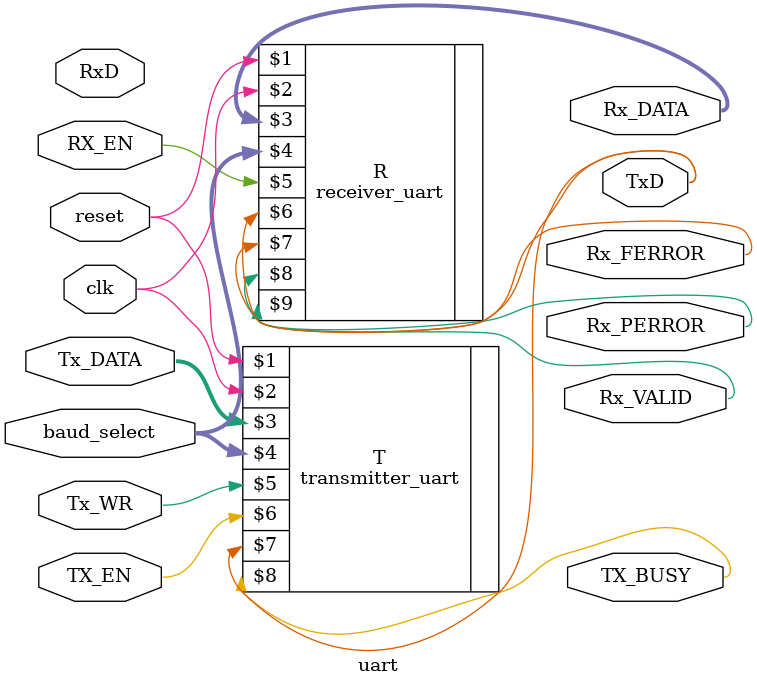
<source format=v>
`include "baud_controller.v"
`include "receiver_uart.v"
`include "transmitter_uart.v"

`timescale 1ns / 1ps

module uart(reset, clk, Tx_DATA, baud_select, Tx_WR, TX_EN, TxD, TX_BUSY, Rx_DATA, RX_EN, RxD, Rx_FERROR, Rx_PERROR, Rx_VALID);
  
  input clk, reset;
  input [7:0] Tx_DATA;
  input [2:0] baud_select;
  input TX_EN;
  input Tx_WR;
  output wire TxD; // not an actual output

  output wire TX_BUSY;  
  input RX_EN;
  input RxD; // not an actual input

  output wire [7:0] Rx_DATA;
  output wire Rx_FERROR; // Framing Error //
  output wire Rx_PERROR; // Parity Error //
  output wire Rx_VALID; // Rx_DATA is Valid //


transmitter_uart T(reset, clk, Tx_DATA, baud_select, Tx_WR, TX_EN, TxD, TX_BUSY);
receiver_uart R(reset, clk, Rx_DATA, baud_select, RX_EN, TxD, Rx_FERROR, Rx_PERROR, Rx_VALID);

endmodule




</source>
